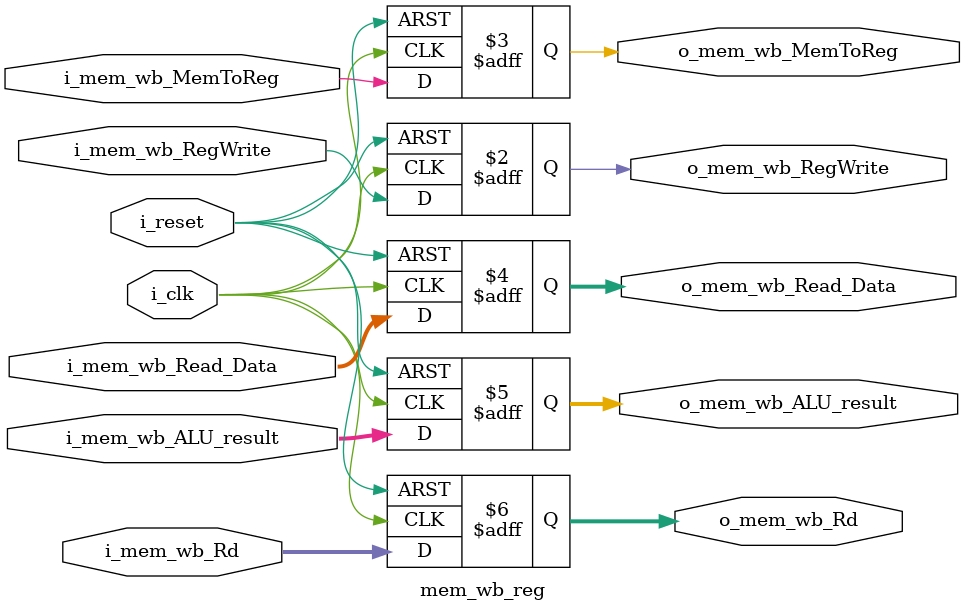
<source format=sv>
module mem_wb_reg(
    input wire i_clk, i_reset,
    // Control signals from MEM stage
	 // Control signals for for WB block 
	 input wire i_mem_wb_RegWrite,
	 input wire i_mem_wb_MemToReg,  
    // Data from ID stage 		  
	 input wire [31:0] i_mem_wb_Read_Data,
	 input wire [31:0] i_mem_wb_ALU_result,
	 input wire [4:0] i_mem_wb_Rd,
	 
    // Control signals out of MEM stage
	 // Control signals for for WB block 
	 output reg o_mem_wb_RegWrite,
	 output reg o_mem_wb_MemToReg,  
    // Data from ID stage 
	 output reg [31:0] o_mem_wb_Read_Data,
	 output reg [31:0] o_mem_wb_ALU_result,
	 output reg [4:0] o_mem_wb_Rd
	);

    always @(posedge i_clk or posedge i_reset)
    begin
        if (i_reset)
        begin
				// Control signals for for WB block 
				o_mem_wb_RegWrite <= 0;
				o_mem_wb_MemToReg <= 0;
				// Data from EX stage 		 
				o_mem_wb_Read_Data <= 0;
				o_mem_wb_ALU_result <= 0;
				o_mem_wb_Rd <= 0;
        end

        else
        begin
				// Control signals for for WB block 
				o_mem_wb_RegWrite <= i_mem_wb_RegWrite;
				o_mem_wb_MemToReg <= i_mem_wb_MemToReg;
				// Data from EX stage 		 
				o_mem_wb_Read_Data <= i_mem_wb_Read_Data;
				o_mem_wb_ALU_result <= i_mem_wb_ALU_result;
				o_mem_wb_Rd <= i_mem_wb_Rd;
        end
    end

endmodule
</source>
